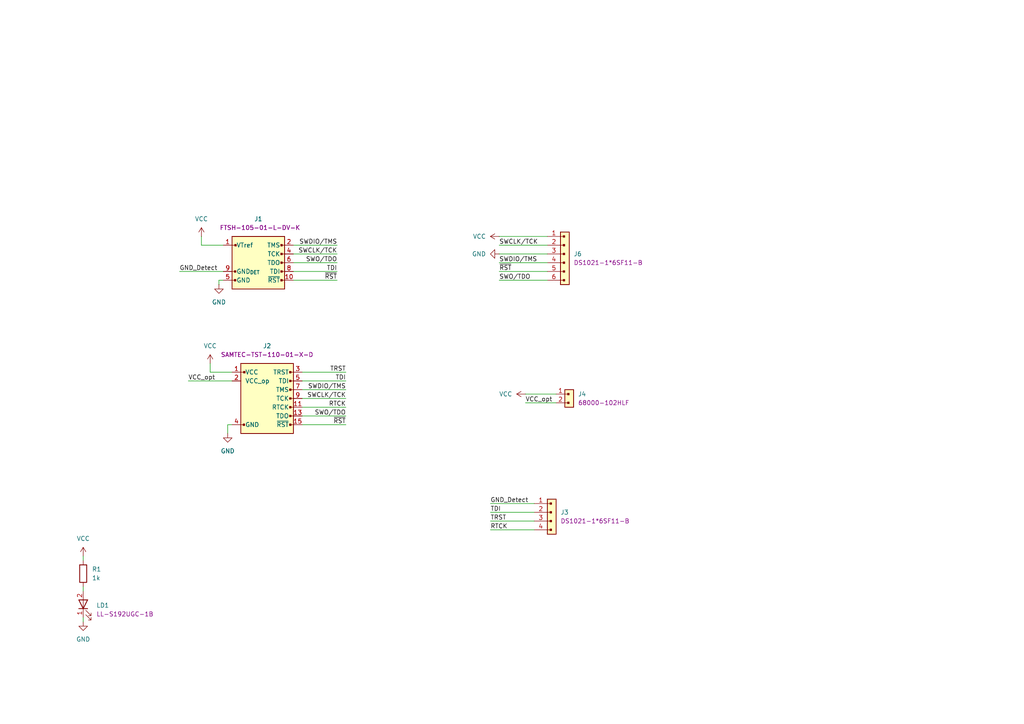
<source format=kicad_sch>
(kicad_sch (version 20231120) (generator "eeschema") (generator_version "8.0")
  (paper "A4")
  (title_block (title "JTAG/SWD Breakout") (date "2024-07-20") (rev "1.0.0"))
  (lib_symbols
    (symbol "Koszalix_Connectors_PinHead:Connector_JTAG_20" (pin_names (offset 1.27))
      (property "Reference" "J" (at 11.938 0 0))
      (property "MPN" "SAMTEC-TST-110-01-X-D" (at -5.842 6.096 0))
      (symbol "Connector_JTAG_20_0_1"
        (rectangle (start 2.54 2.54) (end 17.78 -17.78) (stroke (width 0.254)) (fill (type background)))
      )
      (symbol "Connector_JTAG_20_1_1"
        (polyline (pts (xy 3.175 -15.24) (xy 2.413 -15.24)))
        (polyline (pts (xy 3.302 0) (xy 2.54 0)))
        (polyline (pts (xy 17.145 -15.24) (xy 17.907 -15.24)))
        (polyline (pts (xy 17.145 -12.7) (xy 17.907 -12.7)))
        (polyline (pts (xy 17.145 -10.16) (xy 17.907 -10.16)))
        (polyline (pts (xy 17.145 -7.62) (xy 17.907 -7.62)))
        (polyline (pts (xy 17.145 -5.08) (xy 17.907 -5.08)))
        (polyline (pts (xy 17.145 -2.54) (xy 17.907 -2.54)))
        (polyline (pts (xy 17.145 0) (xy 17.907 0)))
        (rectangle (start 3.175 -14.986) (end 3.683 -15.494) (fill (type outline)))
        (rectangle (start 3.302 0.254) (end 3.81 -0.254) (fill (type outline)))
        (rectangle (start 16.637 -15.494) (end 17.145 -14.986) (fill (type outline)))
        (rectangle (start 16.637 -12.954) (end 17.145 -12.446) (fill (type outline)))
        (rectangle (start 16.637 -10.414) (end 17.145 -9.906) (fill (type outline)))
        (rectangle (start 16.637 -7.874) (end 17.145 -7.366) (fill (type outline)))
        (rectangle (start 16.637 -2.794) (end 17.145 -2.286) (fill (type outline)))
        (rectangle (start 16.637 -0.254) (end 17.145 0.254) (fill (type outline)))
        (rectangle (start 17.145 -4.826) (end 16.637 -5.334) (fill (type outline)))
        (pin passive line (at 0 0 0) (length 2.54) (name "VCC") (number "1"))
        (pin passive line (at 0 -15.24 0) (length 2.54) hide (name "GND") (number "10"))
        (pin passive line (at 20.32 -10.16 180) (length 2.54) (name "RTCK") (number "11"))
        (pin passive line (at 0 -15.24 0) (length 2.54) hide (name "GND") (number "12"))
        (pin passive line (at 20.32 -12.7 180) (length 2.54) (name "TDO") (number "13"))
        (pin passive line (at 0 -15.24 0) (length 2.54) hide (name "GND") (number "14"))
        (pin passive line (at 20.32 -15.24 180) (length 2.54) (name "~{RST}") (number "15"))
        (pin passive line (at 0 -15.24 0) (length 2.54) hide (name "GND") (number "16"))
        (pin no_connect line (at 2.54 -7.62 0) (length 2.54) hide (name "NC") (number "17"))
        (pin passive line (at 0 -15.24 0) (length 2.54) hide (name "GND") (number "18"))
        (pin no_connect line (at 2.54 -10.16 0) (length 2.54) hide (name "NC") (number "19"))
        (pin passive line (at 0 -2.54 0) (length 2.54) (name "VCC_op") (number "2"))
        (pin passive line (at 0 -15.24 0) (length 2.54) hide (name "GND") (number "20"))
        (pin passive line (at 20.32 0 180) (length 2.54) (name "TRST") (number "3"))
        (pin passive line (at 0 -15.24 0) (length 2.54) (name "GND") (number "4"))
        (pin passive line (at 20.32 -2.54 180) (length 2.54) (name "TDI") (number "5"))
        (pin passive line (at 0 -15.24 0) (length 2.54) hide (name "GND") (number "6"))
        (pin passive line (at 20.32 -5.08 180) (length 2.54) (name "TMS") (number "7"))
        (pin passive line (at 0 -15.24 0) (length 2.54) hide (name "GND") (number "8"))
        (pin passive line (at 20.32 -7.62 180) (length 2.54) (name "TCK") (number "9"))
      )
    )
    (symbol "Koszalix_Connectors_PinHead:Connector_JTAG_SWD_10" (pin_names (offset 1.27))
      (property "Reference" "J" (at 30.226 -1.016 0))
      (property "MPN" " FTSH-105-01-L-DV-K" (at -2.54 3.81 0))
      (symbol "Connector_JTAG_SWD_10_1_1"
        (polyline (pts (xy 3.175 -10.16) (xy 2.413 -10.16)))
        (polyline (pts (xy 3.175 -7.62) (xy 2.413 -7.62)))
        (polyline (pts (xy 3.302 0) (xy 2.54 0)))
        (polyline (pts (xy 17.145 -10.16) (xy 17.907 -10.16)))
        (polyline (pts (xy 17.145 -7.62) (xy 17.907 -7.62)))
        (polyline (pts (xy 17.145 -5.08) (xy 17.907 -5.08)))
        (polyline (pts (xy 17.145 -2.54) (xy 17.907 -2.54)))
        (polyline (pts (xy 17.145 0) (xy 17.907 0)))
        (rectangle (start 2.54 2.54) (end 17.78 -12.7) (stroke (width 0.254)) (fill (type background)))
        (rectangle (start 3.175 -9.906) (end 3.683 -10.414) (fill (type outline)))
        (rectangle (start 3.175 -7.366) (end 3.683 -7.874) (fill (type outline)))
        (rectangle (start 3.302 0.254) (end 3.81 -0.254) (fill (type outline)))
        (rectangle (start 17.145 -10.414) (end 16.637 -9.906) (fill (type outline)))
        (rectangle (start 17.145 -7.874) (end 16.637 -7.366) (fill (type outline)))
        (rectangle (start 17.145 -5.334) (end 16.637 -4.826) (fill (type outline)))
        (rectangle (start 17.145 -2.794) (end 16.637 -2.286) (fill (type outline)))
        (rectangle (start 17.145 -0.254) (end 16.637 0.254) (fill (type outline)))
        (pin passive line (at 0 0 0) (length 2.54) (name "VTref") (number "1"))
        (pin passive line (at 20.32 -10.16 180) (length 2.54) (name "~{RST}") (number "10"))
        (pin passive line (at 20.32 0 180) (length 2.54) (name "TMS") (number "2"))
        (pin passive line (at 0 -10.16 0) (length 2.54) hide (name "GND") (number "3"))
        (pin passive line (at 20.32 -2.54 180) (length 2.54) (name "TCK") (number "4"))
        (pin passive line (at 0 -10.16 0) (length 2.54) (name "GND") (number "5"))
        (pin passive line (at 20.32 -5.08 180) (length 2.54) (name "TDO") (number "6"))
        (pin no_connect line (at 0 -2.54 0) (length 2.54) hide (name "KEY") (number "7"))
        (pin passive line (at 20.32 -7.62 180) (length 2.54) (name "TDI") (number "8"))
        (pin passive line (at 0 -7.62 0) (length 2.54) (name "GND_{DET}") (number "9"))
      )
    )
    (symbol "Koszalix_Connectors_PinHead:PinHeader_1x2"
      (property "Reference" "J" (at 6.35 0 0))
      (property "MPN" "68000-102HLF" (at 6.35 -10.16 0))
      (symbol "PinHeader_1x2_1_1"
        (polyline (pts (xy 3.302 -2.54) (xy 2.54 -2.54)))
        (polyline (pts (xy 3.302 0) (xy 2.54 0)))
        (rectangle (start 2.54 1.27) (end 5.08 -3.81) (stroke (width 0.254)) (fill (type background)))
        (rectangle (start 3.302 -2.286) (end 3.81 -2.794) (fill (type outline)))
        (rectangle (start 3.302 0.254) (end 3.81 -0.254) (fill (type outline)))
        (pin passive line (at 0 0 0) (length 2.54) (name "~") (number "1"))
        (pin passive line (at 0 -2.54 0) (length 2.54) (name "~") (number "2"))
      )
    )
    (symbol "Koszalix_Connectors_PinHead:PinHeader_1x4" (pin_names hide)
      (property "Reference" "J" (at 8.636 0 0))
      (property "MPN" "DS1021-1*6SF11-B" (at 0.508 4.064 0))
      (symbol "PinHeader_1x4_1_1"
        (polyline (pts (xy 4.572 -7.62) (xy 3.81 -7.62)))
        (polyline (pts (xy 4.572 -5.08) (xy 3.81 -5.08)))
        (polyline (pts (xy 4.572 -2.54) (xy 3.81 -2.54)))
        (polyline (pts (xy 4.572 0) (xy 3.81 0)))
        (rectangle (start 3.81 1.27) (end 6.35 -8.89) (stroke (width 0.254)) (fill (type background)))
        (rectangle (start 4.572 -7.366) (end 5.08 -7.874) (fill (type outline)))
        (rectangle (start 4.572 -4.826) (end 5.08 -5.334) (fill (type outline)))
        (rectangle (start 4.572 -2.286) (end 5.08 -2.794) (fill (type outline)))
        (rectangle (start 4.572 0.254) (end 5.08 -0.254) (fill (type outline)))
        (pin passive line (at 0 0 0) (length 3.81) (name "Pin_1") (number "1"))
        (pin passive line (at 0 -2.54 0) (length 3.81) (name "Pin_2") (number "2"))
        (pin passive line (at 0 -5.08 0) (length 3.81) (name "Pin_3") (number "3"))
        (pin passive line (at 0 -7.62 0) (length 3.81) (name "Pin_4") (number "4"))
      )
    )
    (symbol "Koszalix_Connectors_PinHead:PinHeader_1x6" (pin_names hide)
      (property "Reference" "J" (at 8.636 0 0))
      (property "MPN" "DS1021-1*6SF11-B" (at 0.508 4.064 0))
      (symbol "PinHeader_1x6_1_1"
        (polyline (pts (xy 4.572 -12.7) (xy 3.81 -12.7)))
        (polyline (pts (xy 4.572 -10.16) (xy 3.81 -10.16)))
        (polyline (pts (xy 4.572 -7.62) (xy 3.81 -7.62)))
        (polyline (pts (xy 4.572 -5.08) (xy 3.81 -5.08)))
        (polyline (pts (xy 4.572 -2.54) (xy 3.81 -2.54)))
        (polyline (pts (xy 4.572 0) (xy 3.81 0)))
        (rectangle (start 3.81 1.27) (end 6.35 -13.97) (stroke (width 0.254)) (fill (type background)))
        (rectangle (start 4.572 -12.446) (end 5.08 -12.954) (fill (type outline)))
        (rectangle (start 4.572 -9.906) (end 5.08 -10.414) (fill (type outline)))
        (rectangle (start 4.572 -7.366) (end 5.08 -7.874) (fill (type outline)))
        (rectangle (start 4.572 -4.826) (end 5.08 -5.334) (fill (type outline)))
        (rectangle (start 4.572 -2.286) (end 5.08 -2.794) (fill (type outline)))
        (rectangle (start 4.572 0.254) (end 5.08 -0.254) (fill (type outline)))
        (pin passive line (at 0 0 0) (length 3.81) (name "Pin_1") (number "1"))
        (pin passive line (at 0 -2.54 0) (length 3.81) (name "Pin_2") (number "2"))
        (pin passive line (at 0 -5.08 0) (length 3.81) (name "Pin_3") (number "3"))
        (pin passive line (at 0 -7.62 0) (length 3.81) (name "Pin_4") (number "4"))
        (pin passive line (at 0 -10.16 0) (length 3.81) (name "Pin_5") (number "5"))
        (pin passive line (at 0 -12.7 0) (length 3.81) (name "Pin_6") (number "6"))
      )
    )
    (symbol "Koszalix_LED:LL-S192UGC-1B"
      (property "Reference" "LD" (at 3.81 3.175 0))
      (property "MPN" "LL-S192UGC-1B" (at 0 0 0))
      (symbol "LL-S192UGC-1B_0_1"
        (polyline (pts (xy 2.54 -1.27) (xy 2.54 1.27)) (stroke (width 0.254)))
        (polyline (pts (xy 2.54 0) (xy 5.08 0)))
        (polyline (pts (xy 5.08 -1.27) (xy 5.08 1.27) (xy 2.54 0) (xy 5.08 -1.27)) (stroke (width 0.254)))
        (polyline (pts (xy 0.762 -0.762) (xy -0.762 -2.286) (xy 0 -2.286) (xy -0.762 -2.286) (xy -0.762 -1.524)))
        (polyline (pts (xy 2.032 -0.762) (xy 0.508 -2.286) (xy 1.27 -2.286) (xy 0.508 -2.286) (xy 0.508 -1.524)))
      )
      (symbol "LL-S192UGC-1B_1_1"
        (pin passive line (at 0 0 0) (length 2.54) (name "~") (number "1"))
        (pin passive line (at 7.62 0 180) (length 2.54) (name "~") (number "2"))
      )
    )
    (symbol "Koszalix_Resistors_Yageo_RC0603:RES_1k_0603" (pin_numbers hide) (pin_names (offset 0) hide)
      (property "Reference" "R" (at 2.54 1.27 0))
      (property "Value" "1k" (at 2.54 -1.27 0))
      (symbol "RES_1k_0603_0_1"
        (rectangle (start -1.016 -2.54) (end 1.016 2.54) (stroke (width 0.254)))
      )
      (symbol "RES_1k_0603_1_1"
        (pin passive line (at 0 3.81 270) (length 1.27) (name "~") (number "1"))
        (pin passive line (at 0 -3.81 90) (length 1.27) (name "~") (number "2"))
      )
    )
    (symbol "power:GND" (power) (pin_numbers hide) (pin_names (offset 0) hide)
      (property "Value" "GND" (at 0 -3.81 0))
      (symbol "GND_0_1"
        (polyline (pts (xy 0 0) (xy 0 -1.27) (xy 1.27 -1.27) (xy 0 -2.54) (xy -1.27 -1.27) (xy 0 -1.27)))
      )
      (symbol "GND_1_1"
        (pin power_in line (at 0 0 270) (length 0) (name "~") (number "1"))
      )
    )
    (symbol "power:VCC" (power) (pin_numbers hide) (pin_names (offset 0) hide)
      (property "Value" "VCC" (at 0 3.556 0))
      (symbol "VCC_0_1"
        (polyline (pts (xy -0.762 1.27) (xy 0 2.54)))
        (polyline (pts (xy 0 0) (xy 0 2.54)))
        (polyline (pts (xy 0 2.54) (xy 0.762 1.27)))
      )
      (symbol "VCC_1_1"
        (pin power_in line (at 0 0 90) (length 0) (name "~") (number "1"))
      )
    )
  )
  (wire (pts (xy 60.96 105.41) (xy 60.96 107.95)))
  (wire (pts (xy 63.5 81.28) (xy 64.77 81.28)))
  (wire (pts (xy 87.63 107.95) (xy 100.33 107.95)))
  (wire (pts (xy 152.4 116.84) (xy 161.29 116.84)))
  (wire (pts (xy 60.96 107.95) (xy 67.31 107.95)))
  (wire (pts (xy 63.5 82.55) (xy 63.5 81.28)))
  (wire (pts (xy 142.24 151.13) (xy 154.94 151.13)))
  (wire (pts (xy 142.24 146.05) (xy 154.94 146.05)))
  (wire (pts (xy 144.78 81.28) (xy 158.75 81.28)))
  (wire (pts (xy 100.33 110.49) (xy 87.63 110.49)))
  (wire (pts (xy 100.33 115.57) (xy 87.63 115.57)))
  (wire (pts (xy 152.4 114.3) (xy 161.29 114.3)))
  (wire (pts (xy 66.04 125.73) (xy 66.04 123.19)))
  (wire (pts (xy 142.24 148.59) (xy 154.94 148.59)))
  (wire (pts (xy 100.33 113.03) (xy 87.63 113.03)))
  (wire (pts (xy 58.42 71.12) (xy 64.77 71.12)))
  (wire (pts (xy 52.07 78.74) (xy 64.77 78.74)))
  (wire (pts (xy 144.78 73.66) (xy 158.75 73.66)))
  (wire (pts (xy 142.24 153.67) (xy 154.94 153.67)))
  (wire (pts (xy 24.13 162.56) (xy 24.13 161.29)))
  (wire (pts (xy 54.61 110.49) (xy 67.31 110.49)))
  (wire (pts (xy 85.09 71.12) (xy 97.79 71.12)))
  (wire (pts (xy 85.09 81.28) (xy 97.79 81.28)))
  (wire (pts (xy 85.09 76.2) (xy 97.79 76.2)))
  (wire (pts (xy 144.78 78.74) (xy 158.75 78.74)))
  (wire (pts (xy 85.09 73.66) (xy 97.79 73.66)))
  (wire (pts (xy 58.42 68.58) (xy 58.42 71.12)))
  (wire (pts (xy 87.63 118.11) (xy 100.33 118.11)))
  (wire (pts (xy 100.33 123.19) (xy 87.63 123.19)))
  (wire (pts (xy 100.33 120.65) (xy 87.63 120.65)))
  (wire (pts (xy 24.13 171.45) (xy 24.13 170.18)))
  (wire (pts (xy 144.78 71.12) (xy 158.75 71.12)))
  (wire (pts (xy 85.09 78.74) (xy 97.79 78.74)))
  (wire (pts (xy 66.04 123.19) (xy 67.31 123.19)))
  (wire (pts (xy 144.78 68.58) (xy 158.75 68.58)))
  (wire (pts (xy 144.78 76.2) (xy 158.75 76.2)))
  (wire (pts (xy 24.13 180.34) (xy 24.13 179.07)))
  (label "SWDIO{slash}TMS" (at 100.33 113.03 180))
  (label "SWCLK{slash}TCK" (at 97.79 73.66 180))
  (label "GND_Detect" (at 142.24 146.05 0))
  (label "~{RST}" (at 100.33 123.19 180))
  (label "TDI" (at 97.79 78.74 180))
  (label "GND_Detect" (at 52.07 78.74 0))
  (label "VCC_opt" (at 152.4 116.84 0))
  (label "SWDIO{slash}TMS" (at 97.79 71.12 180))
  (label "TDI" (at 142.24 148.59 0))
  (label "TRST" (at 100.33 107.95 180))
  (label "TRST" (at 142.24 151.13 0))
  (label "RTCK" (at 100.33 118.11 180))
  (label "SWO{slash}TDO" (at 100.33 120.65 180))
  (label "SWCLK{slash}TCK" (at 144.78 71.12 0))
  (label "~{RST}" (at 97.79 81.28 180))
  (label "SWDIO{slash}TMS" (at 144.78 76.2 0))
  (label "SWCLK{slash}TCK" (at 100.33 115.57 180))
  (label "RTCK" (at 142.24 153.67 0))
  (label "SWO{slash}TDO" (at 144.78 81.28 0))
  (label "VCC_opt" (at 54.61 110.49 0))
  (label "SWO{slash}TDO" (at 97.79 76.2 180))
  (label "~{RST}" (at 144.78 78.74 0))
  (label "TDI" (at 100.33 110.49 180))
  (symbol (lib_id "power:VCC") (at 58.42 68.58 0) (unit 1)
    (property "Reference" "#PWR02" (effects (hide yes)))
    (property "Value" "VCC" (at 58.42 63.5 0))
    (property "Description" "Power symbol creates a global label with name \"VCC\"" (effects (hide yes)))
  )
  (symbol (lib_id "Koszalix_Connectors_PinHead:Connector_JTAG_20") (at 67.31 107.95 0) (unit 1)
    (property "Reference" "J2" (at 77.47 100.33 0))
    (property "Footprint" "Koszalix_Connectors_PinHead:SAMTEC-TST-110-01-X-D" (effects (hide yes)))
    (property "Description" "JTAG connector" (effects (hide yes)))
    (property "MPN" "SAMTEC-TST-110-01-X-D" (at 77.47 102.87 0))
    (property "Manufacturer" "Samtec" (effects (hide yes)))
  )
  (symbol (lib_id "Koszalix_LED:LL-S192UGC-1B") (at 24.13 179.07 90) (unit 1)
    (property "Reference" "LD1" (at 27.94 175.5774 90) (effects (justify right)))
    (property "Value" "LL-S192UGC-1B" (effects (hide yes)))
    (property "Footprint" "LED_SMD:LED_0603_1608Metric" (effects (hide yes)))
    (property "Datasheet" "https://www.tme.eu/Document/85698efaaaf9d79420d9482d2850b5ad/LL-S192UGC-1B.pdf" (effects (hide yes)))
    (property "Description" "LED, Super yellow green" (effects (hide yes)))
    (property "MPN" "LL-S192UGC-1B" (at 27.94 178.1174 90) (effects (justify right)))
  )
  (symbol (lib_id "Koszalix_Connectors_PinHead:PinHeader_1x2") (at 161.29 114.3 0) (unit 1)
    (property "Reference" "J4" (at 167.64 114.2999 0) (effects (justify left)))
    (property "Value" "68000-102HLF" (effects (hide yes)))
    (property "Footprint" "Koszalix_Connectors_PinHead:Amphenol_68000_102HLF" (effects (hide yes)))
    (property "Datasheet" "https://www.tme.eu/Document/deb83b8ba474aa6382ee38bb24abad5e/68000-XXXXLF.pdf" (effects (hide yes)))
    (property "Description" "Pin Header connector 1x2" (effects (hide yes)))
    (property "MPN" "68000-102HLF" (at 167.64 116.8399 0) (effects (justify left)))
    (property "Manufacturer" "Amphenol" (effects (hide yes)))
  )
  (symbol (lib_id "Koszalix_Connectors_PinHead:PinHeader_1x4") (at 154.94 146.05 0) (unit 1)
    (property "Reference" "J3" (at 162.56 148.5899 0) (effects (justify left)))
    (property "Value" "DS1021-1*4SF11-B" (effects (hide yes)))
    (property "Footprint" "Connector_PinHeader_2.54mm:PinHeader_1x04_P2.54mm_Vertical" (effects (hide yes)))
    (property "Datasheet" "https://www.tme.eu/Document/cc301e58a5da78cb543a94b5a5b7f06a/DS1021.pdf" (effects (hide yes)))
    (property "Description" "Pin Header connector 1x4" (effects (hide yes)))
    (property "MPN" "DS1021-1*6SF11-B" (at 162.56 151.1299 0) (effects (justify left)))
    (property "Manufacturer" "Confly" (effects (hide yes)))
  )
  (symbol (lib_id "Koszalix_Connectors_PinHead:PinHeader_1x6") (at 158.75 68.58 0) (unit 1)
    (property "Reference" "J6" (at 166.37 73.6599 0) (effects (justify left)))
    (property "Value" "DS1021-1*6SF11-B" (effects (hide yes)))
    (property "Footprint" "Connector_PinHeader_2.54mm:PinHeader_1x06_P2.54mm_Vertical" (effects (hide yes)))
    (property "Datasheet" "https://www.tme.eu/Document/cc301e58a5da78cb543a94b5a5b7f06a/DS1021.pdf" (effects (hide yes)))
    (property "Description" "Pin Header connector 2x10" (effects (hide yes)))
    (property "MPN" "DS1021-1*6SF11-B" (at 166.37 76.1999 0) (effects (justify left)))
    (property "Manufacturer" "Confly" (effects (hide yes)))
  )
  (symbol (lib_id "power:VCC") (at 60.96 105.41 0) (unit 1)
    (property "Reference" "#PWR08" (effects (hide yes)))
    (property "Value" "VCC" (at 60.96 100.33 0))
    (property "Description" "Power symbol creates a global label with name \"VCC\"" (effects (hide yes)))
  )
  (symbol (lib_id "power:GND") (at 24.13 180.34 0) (unit 1)
    (property "Reference" "#PWR06" (effects (hide yes)))
    (property "Value" "GND" (at 24.13 185.42 0))
    (property "Description" "Power symbol creates a global label with name \"GND\" , ground" (effects (hide yes)))
  )
  (symbol (lib_id "power:GND") (at 63.5 82.55 0) (unit 1)
    (property "Reference" "#PWR03" (effects (hide yes)))
    (property "Value" "GND" (at 63.5 87.63 0))
    (property "Description" "Power symbol creates a global label with name \"GND\" , ground" (effects (hide yes)))
  )
  (symbol (lib_id "power:VCC") (at 144.78 68.58 90) (unit 1)
    (property "Reference" "#PWR01" (effects (hide yes)))
    (property "Value" "VCC" (at 140.97 68.5799 90) (effects (justify left)))
    (property "Description" "Power symbol creates a global label with name \"VCC\"" (effects (hide yes)))
  )
  (symbol (lib_id "Koszalix_Connectors_PinHead:Connector_JTAG_SWD_10") (at 64.77 71.12 0) (unit 1)
    (property "Reference" "J1" (at 74.93 63.5 0))
    (property "Value" "JTAG" (effects (hide yes)))
    (property "Footprint" "Koszalix_Connectors_PinHead:Samtec-FTSH-105-01-L-DV-K" (effects (hide yes)))
    (property "Datasheet" "https://suddendocs.samtec.com/productspecs/clp-ftsh.pdf" (effects (hide yes)))
    (property "Description" "JTAG/SWD connector" (effects (hide yes)))
    (property "MPN" " FTSH-105-01-L-DV-K" (at 74.93 66.04 0))
    (property "Manufacturer" "Samtec" (effects (hide yes)))
  )
  (symbol (lib_id "power:VCC") (at 24.13 161.29 0) (unit 1)
    (property "Reference" "#PWR05" (effects (hide yes)))
    (property "Value" "VCC" (at 24.13 156.21 0))
    (property "Description" "Power symbol creates a global label with name \"VCC\"" (effects (hide yes)))
  )
  (symbol (lib_id "power:GND") (at 66.04 125.73 0) (unit 1)
    (property "Reference" "#PWR07" (effects (hide yes)))
    (property "Value" "GND" (at 66.04 130.81 0))
    (property "Description" "Power symbol creates a global label with name \"GND\" , ground" (effects (hide yes)))
  )
  (symbol (lib_id "Koszalix_Resistors_Yageo_RC0603:RES_1k_0603") (at 24.13 166.37 0) (unit 1)
    (property "Reference" "R1" (at 26.67 165.0999 0) (effects (justify left)))
    (property "Value" "1k" (at 26.67 167.6399 0) (effects (justify left)))
    (property "Footprint" "Resistor_SMD:R_0603_1608Metric" (effects (hide yes)))
    (property "Datasheet" "https://www.tme.eu/Document/d2a72e545e5c8eb7bf2a04fa97535928/rc0603yageo.pdf" (effects (hide yes)))
    (property "Description" "SMD Resistor" (effects (hide yes)))
    (property "Manufacturer" "YAGEO" (effects (hide yes)))
    (property "MPN" "RC0603FR-071k" (effects (hide yes)))
    (property "Maximum Working Voltage " "50 V" (effects (hide yes)))
    (property "Maximum Overload Voltage" "100 V" (effects (hide yes)))
    (property "Dielectric Withstanding Voltage " "100 V" (effects (hide yes)))
    (property "Temperature Coefficient" "200ppm" (effects (hide yes)))
    (property "Operating Temperature Range" "–55 °C to +155 °C" (effects (hide yes)))
    (property "Tolerance" "1%" (effects (hide yes)))
  )
  (symbol (lib_id "power:VCC") (at 152.4 114.3 90) (unit 1)
    (property "Reference" "#PWR09" (effects (hide yes)))
    (property "Value" "VCC" (at 148.59 114.2999 90) (effects (justify left)))
    (property "Description" "Power symbol creates a global label with name \"VCC\"" (effects (hide yes)))
  )
  (symbol (lib_id "power:GND") (at 144.78 73.66 270) (unit 1)
    (property "Reference" "#PWR012" (effects (hide yes)))
    (property "Value" "GND" (at 140.97 73.6599 90) (effects (justify right)))
    (property "Description" "Power symbol creates a global label with name \"GND\" , ground" (effects (hide yes)))
  )
)
</source>
